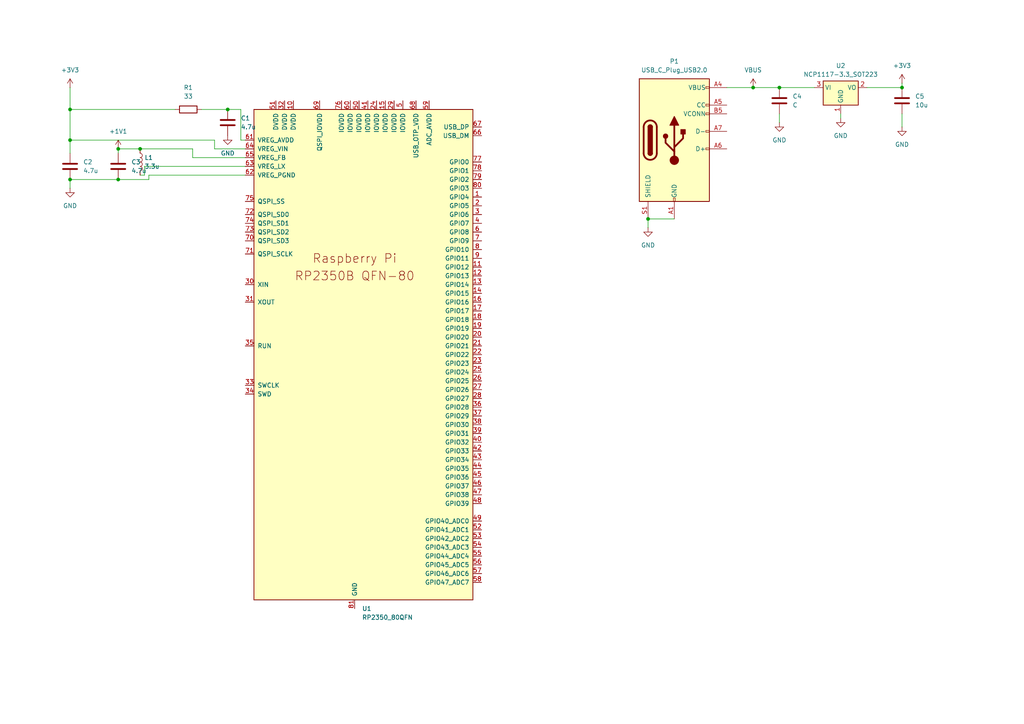
<source format=kicad_sch>
(kicad_sch (version 20250114) (generator "eeschema") (generator_version "9.0")
  (paper "A4")
  (title_block (title "tango2350"))
  (lib_symbols
    (symbol "Connector:USB_C_Plug_USB2.0" (pin_names (offset 1.016))
      (property "Reference" "P" (at -10.16 19.05 0))
      (property "Value" "USB_C_Plug_USB2.0" (at 12.7 19.05 0))
      (symbol "USB_C_Plug_USB2.0_0_0"
        (rectangle (start -0.254 -17.78) (end 0.254 -16.764))
        (rectangle (start 10.16 15.494) (end 9.144 14.986))
        (rectangle (start 10.16 10.414) (end 9.144 9.906))
        (rectangle (start 10.16 7.874) (end 9.144 7.366))
        (rectangle (start 10.16 2.794) (end 9.144 2.286))
        (rectangle (start 10.16 -2.286) (end 9.144 -2.794))
      )
      (symbol "USB_C_Plug_USB2.0_0_1"
        (rectangle (start -10.16 17.78) (end 10.16 -17.78) (stroke (width 0.254)) (fill (type background)))
        (polyline (pts (xy -8.89 -3.81) (xy -8.89 3.81)) (stroke (width 0.508)))
        (rectangle (start -7.62 -3.81) (end -6.35 3.81) (stroke (width 0.254)) (fill (type outline)))
        (arc (start -7.62 3.81) (mid -6.985 4.4423) (end -6.35 3.81) (stroke (width 0.254)))
        (arc (start -7.62 3.81) (mid -6.985 4.4423) (end -6.35 3.81) (stroke (width 0.254)) (fill (type outline)))
        (arc (start -8.89 3.81) (mid -6.985 5.7067) (end -5.08 3.81) (stroke (width 0.508)))
        (arc (start -5.08 -3.81) (mid -6.985 -5.7067) (end -8.89 -3.81) (stroke (width 0.508)))
        (arc (start -6.35 -3.81) (mid -6.985 -4.4423) (end -7.62 -3.81) (stroke (width 0.254)))
        (arc (start -6.35 -3.81) (mid -6.985 -4.4423) (end -7.62 -3.81) (stroke (width 0.254)) (fill (type outline)))
        (polyline (pts (xy -5.08 3.81) (xy -5.08 -3.81)) (stroke (width 0.508)))
        (circle (center -2.54 1.143) (radius 0.635) (stroke (width 0.254)) (fill (type outline)))
        (polyline (pts (xy -1.27 4.318) (xy 0 6.858) (xy 1.27 4.318) (xy -1.27 4.318)) (stroke (width 0.254)) (fill (type outline)))
        (polyline (pts (xy 0 -2.032) (xy 2.54 0.508) (xy 2.54 1.778)) (stroke (width 0.508)))
        (polyline (pts (xy 0 -3.302) (xy -2.54 -0.762) (xy -2.54 0.508)) (stroke (width 0.508)))
        (polyline (pts (xy 0 -5.842) (xy 0 4.318)) (stroke (width 0.508)))
        (circle (center 0 -5.842) (radius 1.27) (fill (type outline)))
        (rectangle (start 1.905 1.778) (end 3.175 3.048) (stroke (width 0.254)) (fill (type outline)))
      )
      (symbol "USB_C_Plug_USB2.0_1_1"
        (pin passive line (at -7.62 -22.86 90) (length 5.08) (name "SHIELD") (number "S1"))
        (pin passive line (at 0 -22.86 90) (length 5.08) (name "GND") (number "A1"))
        (pin passive line (at 0 -22.86 90) (length 5.08) (hide yes) (name "GND") (number "A12"))
        (pin passive line (at 0 -22.86 90) (length 5.08) (hide yes) (name "GND") (number "B1"))
        (pin passive line (at 0 -22.86 90) (length 5.08) (hide yes) (name "GND") (number "B12"))
        (pin passive line (at 15.24 15.24 180) (length 5.08) (name "VBUS") (number "A4"))
        (pin passive line (at 15.24 15.24 180) (length 5.08) (hide yes) (name "VBUS") (number "A9"))
        (pin passive line (at 15.24 15.24 180) (length 5.08) (hide yes) (name "VBUS") (number "B4"))
        (pin passive line (at 15.24 15.24 180) (length 5.08) (hide yes) (name "VBUS") (number "B9"))
        (pin bidirectional line (at 15.24 10.16 180) (length 5.08) (name "CC") (number "A5"))
        (pin bidirectional line (at 15.24 7.62 180) (length 5.08) (name "VCONN") (number "B5"))
        (pin bidirectional line (at 15.24 2.54 180) (length 5.08) (name "D-") (number "A7"))
        (pin bidirectional line (at 15.24 -2.54 180) (length 5.08) (name "D+") (number "A6"))
      )
    )
    (symbol "Device:C" (pin_numbers (hide yes)) (pin_names (offset 0.254))
      (property "Reference" "C" (at 0.635 2.54 0))
      (property "Value" "C" (at 0.635 -2.54 0))
      (symbol "C_0_1"
        (polyline (pts (xy -2.032 0.762) (xy 2.032 0.762)) (stroke (width 0.508)))
        (polyline (pts (xy -2.032 -0.762) (xy 2.032 -0.762)) (stroke (width 0.508)))
      )
      (symbol "C_1_1"
        (pin passive line (at 0 3.81 270) (length 2.794) (name "~") (number "1"))
        (pin passive line (at 0 -3.81 90) (length 2.794) (name "~") (number "2"))
      )
    )
    (symbol "Device:L" (pin_numbers (hide yes)) (pin_names (offset 1.016) (hide yes))
      (property "Reference" "L" (at -1.27 0 90))
      (property "Value" "L" (at 1.905 0 90))
      (symbol "L_0_1"
        (arc (start 0 2.54) (mid 0.6323 1.905) (end 0 1.27))
        (arc (start 0 1.27) (mid 0.6323 0.635) (end 0 0))
        (arc (start 0 0) (mid 0.6323 -0.635) (end 0 -1.27))
        (arc (start 0 -1.27) (mid 0.6323 -1.905) (end 0 -2.54))
      )
      (symbol "L_1_1"
        (pin passive line (at 0 3.81 270) (length 1.27) (name "1") (number "1"))
        (pin passive line (at 0 -3.81 90) (length 1.27) (name "2") (number "2"))
      )
    )
    (symbol "Device:R" (pin_numbers (hide yes)) (pin_names (offset 0))
      (property "Reference" "R" (at 2.032 0 90))
      (property "Value" "R" (at 0 0 90))
      (symbol "R_0_1"
        (rectangle (start -1.016 -2.54) (end 1.016 2.54) (stroke (width 0.254)))
      )
      (symbol "R_1_1"
        (pin passive line (at 0 3.81 270) (length 1.27) (name "~") (number "1"))
        (pin passive line (at 0 -3.81 90) (length 1.27) (name "~") (number "2"))
      )
    )
    (symbol "MCU_RaspberryPi_RP2350:RP2350_80QFN" (pin_names (offset 1.016))
      (property "Reference" "U" (at -29.21 49.53 0))
      (property "Value" "RP2350_80QFN" (at 25.4 -96.52 0))
      (symbol "RP2350_80QFN_0_0"
        (text "Raspberry Pi" (at 0 5.08 0) (effects (font (size 2.54 2.54))))
      )
      (symbol "RP2350_80QFN_0_1"
        (rectangle (start -29.21 48.26) (end 34.29 -93.98) (stroke (width 0.254)) (fill (type background)))
      )
      (symbol "RP2350_80QFN_1_0"
        (text "RP2350B QFN-80" (at 0 0 0) (effects (font (size 2.54 2.54))))
      )
      (symbol "RP2350_80QFN_1_1"
        (pin power_in line (at -31.75 39.37 0) (length 2.54) (name "VREG_AVDD") (number "61"))
        (pin power_in line (at -31.75 36.83 0) (length 2.54) (name "VREG_VIN") (number "64"))
        (pin input line (at -31.75 34.29 0) (length 2.54) (name "VREG_FB") (number "65"))
        (pin power_out line (at -31.75 31.75 0) (length 2.54) (name "VREG_LX") (number "63"))
        (pin power_in line (at -31.75 29.21 0) (length 2.54) (name "VREG_PGND") (number "62"))
        (pin bidirectional line (at -31.75 21.59 0) (length 2.54) (name "QSPI_SS") (number "75"))
        (pin bidirectional line (at -31.75 17.78 0) (length 2.54) (name "QSPI_SD0") (number "72"))
        (pin bidirectional line (at -31.75 15.24 0) (length 2.54) (name "QSPI_SD1") (number "74"))
        (pin bidirectional line (at -31.75 12.7 0) (length 2.54) (name "QSPI_SD2") (number "73"))
        (pin bidirectional line (at -31.75 10.16 0) (length 2.54) (name "QSPI_SD3") (number "70"))
        (pin output line (at -31.75 6.35 0) (length 2.54) (name "QSPI_SCLK") (number "71"))
        (pin input line (at -31.75 -2.54 0) (length 2.54) (name "XIN") (number "30"))
        (pin passive line (at -31.75 -7.62 0) (length 2.54) (name "XOUT") (number "31"))
        (pin input line (at -31.75 -20.32 0) (length 2.54) (name "RUN") (number "35"))
        (pin output line (at -31.75 -31.75 0) (length 2.54) (name "SWCLK") (number "33"))
        (pin bidirectional line (at -31.75 -34.29 0) (length 2.54) (name "SWD") (number "34"))
        (pin power_in line (at -22.86 50.8 270) (length 2.54) (name "DVDD") (number "51"))
        (pin power_in line (at -20.32 50.8 270) (length 2.54) (name "DVDD") (number "32"))
        (pin power_in line (at -17.78 50.8 270) (length 2.54) (name "DVDD") (number "10"))
        (pin power_in line (at -10.16 50.8 270) (length 2.54) (name "QSPI_IOVDD") (number "69"))
        (pin power_in line (at -3.81 50.8 270) (length 2.54) (name "IOVDD") (number "76"))
        (pin power_in line (at -1.27 50.8 270) (length 2.54) (name "IOVDD") (number "60"))
        (pin power_in line (at 0 -96.52 90) (length 2.54) (name "GND") (number "81"))
        (pin power_in line (at 1.27 50.8 270) (length 2.54) (name "IOVDD") (number "50"))
        (pin power_in line (at 3.81 50.8 270) (length 2.54) (name "IOVDD") (number "41"))
        (pin power_in line (at 6.35 50.8 270) (length 2.54) (name "IOVDD") (number "24"))
        (pin power_in line (at 8.89 50.8 270) (length 2.54) (name "IOVDD") (number "15"))
        (pin power_in line (at 11.43 50.8 270) (length 2.54) (name "IOVDD") (number "29"))
        (pin power_in line (at 13.97 50.8 270) (length 2.54) (name "IOVDD") (number "5"))
        (pin power_in line (at 17.78 50.8 270) (length 2.54) (name "USB_OTP_VDD") (number "68"))
        (pin power_in line (at 21.59 50.8 270) (length 2.54) (name "ADC_AVDD") (number "59"))
        (pin bidirectional line (at 36.83 43.18 180) (length 2.54) (name "USB_DP") (number "67"))
        (pin bidirectional line (at 36.83 40.64 180) (length 2.54) (name "USB_DM") (number "66"))
        (pin bidirectional line (at 36.83 33.02 180) (length 2.54) (name "GPIO0") (number "77"))
        (pin bidirectional line (at 36.83 30.48 180) (length 2.54) (name "GPIO1") (number "78"))
        (pin bidirectional line (at 36.83 27.94 180) (length 2.54) (name "GPIO2") (number "79"))
        (pin bidirectional line (at 36.83 25.4 180) (length 2.54) (name "GPIO3") (number "80"))
        (pin bidirectional line (at 36.83 22.86 180) (length 2.54) (name "GPIO4") (number "1"))
        (pin bidirectional line (at 36.83 20.32 180) (length 2.54) (name "GPIO5") (number "2"))
        (pin bidirectional line (at 36.83 17.78 180) (length 2.54) (name "GPIO6") (number "3"))
        (pin bidirectional line (at 36.83 15.24 180) (length 2.54) (name "GPIO7") (number "4"))
        (pin bidirectional line (at 36.83 12.7 180) (length 2.54) (name "GPIO8") (number "6"))
        (pin bidirectional line (at 36.83 10.16 180) (length 2.54) (name "GPIO9") (number "7"))
        (pin bidirectional line (at 36.83 7.62 180) (length 2.54) (name "GPIO10") (number "8"))
        (pin bidirectional line (at 36.83 5.08 180) (length 2.54) (name "GPIO11") (number "9"))
        (pin bidirectional line (at 36.83 2.54 180) (length 2.54) (name "GPIO12") (number "11"))
        (pin bidirectional line (at 36.83 0 180) (length 2.54) (name "GPIO13") (number "12"))
        (pin bidirectional line (at 36.83 -2.54 180) (length 2.54) (name "GPIO14") (number "13"))
        (pin bidirectional line (at 36.83 -5.08 180) (length 2.54) (name "GPIO15") (number "14"))
        (pin bidirectional line (at 36.83 -7.62 180) (length 2.54) (name "GPIO16") (number "16"))
        (pin bidirectional line (at 36.83 -10.16 180) (length 2.54) (name "GPIO17") (number "17"))
        (pin bidirectional line (at 36.83 -12.7 180) (length 2.54) (name "GPIO18") (number "18"))
        (pin bidirectional line (at 36.83 -15.24 180) (length 2.54) (name "GPIO19") (number "19"))
        (pin bidirectional line (at 36.83 -17.78 180) (length 2.54) (name "GPIO20") (number "20"))
        (pin bidirectional line (at 36.83 -20.32 180) (length 2.54) (name "GPIO21") (number "21"))
        (pin bidirectional line (at 36.83 -22.86 180) (length 2.54) (name "GPIO22") (number "22"))
        (pin bidirectional line (at 36.83 -25.4 180) (length 2.54) (name "GPIO23") (number "23"))
        (pin bidirectional line (at 36.83 -27.94 180) (length 2.54) (name "GPIO24") (number "25"))
        (pin bidirectional line (at 36.83 -30.48 180) (length 2.54) (name "GPIO25") (number "26"))
        (pin bidirectional line (at 36.83 -33.02 180) (length 2.54) (name "GPIO26") (number "27"))
        (pin bidirectional line (at 36.83 -35.56 180) (length 2.54) (name "GPIO27") (number "28"))
        (pin bidirectional line (at 36.83 -38.1 180) (length 2.54) (name "GPIO28") (number "36"))
        (pin bidirectional line (at 36.83 -40.64 180) (length 2.54) (name "GPIO29") (number "37"))
        (pin bidirectional line (at 36.83 -43.18 180) (length 2.54) (name "GPIO30") (number "38"))
        (pin bidirectional line (at 36.83 -45.72 180) (length 2.54) (name "GPIO31") (number "39"))
        (pin bidirectional line (at 36.83 -48.26 180) (length 2.54) (name "GPIO32") (number "40"))
        (pin bidirectional line (at 36.83 -50.8 180) (length 2.54) (name "GPIO33") (number "42"))
        (pin bidirectional line (at 36.83 -53.34 180) (length 2.54) (name "GPIO34") (number "43"))
        (pin bidirectional line (at 36.83 -55.88 180) (length 2.54) (name "GPIO35") (number "44"))
        (pin bidirectional line (at 36.83 -58.42 180) (length 2.54) (name "GPIO36") (number "45"))
        (pin bidirectional line (at 36.83 -60.96 180) (length 2.54) (name "GPIO37") (number "46"))
        (pin bidirectional line (at 36.83 -63.5 180) (length 2.54) (name "GPIO38") (number "47"))
        (pin bidirectional line (at 36.83 -66.04 180) (length 2.54) (name "GPIO39") (number "48"))
        (pin bidirectional line (at 36.83 -71.12 180) (length 2.54) (name "GPIO40_ADC0") (number "49"))
        (pin bidirectional line (at 36.83 -73.66 180) (length 2.54) (name "GPIO41_ADC1") (number "52"))
        (pin bidirectional line (at 36.83 -76.2 180) (length 2.54) (name "GPIO42_ADC2") (number "53"))
        (pin bidirectional line (at 36.83 -78.74 180) (length 2.54) (name "GPIO43_ADC3") (number "54"))
        (pin bidirectional line (at 36.83 -81.28 180) (length 2.54) (name "GPIO44_ADC4") (number "55"))
        (pin bidirectional line (at 36.83 -83.82 180) (length 2.54) (name "GPIO45_ADC5") (number "56"))
        (pin bidirectional line (at 36.83 -86.36 180) (length 2.54) (name "GPIO46_ADC6") (number "57"))
        (pin bidirectional line (at 36.83 -88.9 180) (length 2.54) (name "GPIO47_ADC7") (number "58"))
      )
    )
    (symbol "Regulator_Linear:NCP1117-3.3_SOT223"
      (property "Reference" "U" (at -3.81 3.175 0))
      (property "Value" "NCP1117-3.3_SOT223" (at 0 3.175 0))
      (symbol "NCP1117-3.3_SOT223_0_1"
        (rectangle (start -5.08 -5.08) (end 5.08 1.905) (stroke (width 0.254)) (fill (type background)))
      )
      (symbol "NCP1117-3.3_SOT223_1_1"
        (pin power_in line (at -7.62 0 0) (length 2.54) (name "VI") (number "3"))
        (pin power_in line (at 0 -7.62 90) (length 2.54) (name "GND") (number "1"))
        (pin power_out line (at 7.62 0 180) (length 2.54) (name "VO") (number "2"))
      )
    )
    (symbol "power:+1V1" (power) (pin_numbers (hide yes)) (pin_names (offset 0) (hide yes))
      (property "Value" "+1V1" (at 0 3.556 0))
      (symbol "+1V1_0_1"
        (polyline (pts (xy -0.762 1.27) (xy 0 2.54)))
        (polyline (pts (xy 0 2.54) (xy 0.762 1.27)))
        (polyline (pts (xy 0 0) (xy 0 2.54)))
      )
      (symbol "+1V1_1_1"
        (pin power_in line (at 0 0 90) (length 0) (name "~") (number "1"))
      )
    )
    (symbol "power:+3V3" (power) (pin_numbers (hide yes)) (pin_names (offset 0) (hide yes))
      (property "Value" "+3V3" (at 0 3.556 0))
      (symbol "+3V3_0_1"
        (polyline (pts (xy -0.762 1.27) (xy 0 2.54)))
        (polyline (pts (xy 0 2.54) (xy 0.762 1.27)))
        (polyline (pts (xy 0 0) (xy 0 2.54)))
      )
      (symbol "+3V3_1_1"
        (pin power_in line (at 0 0 90) (length 0) (name "~") (number "1"))
      )
    )
    (symbol "power:GND" (power) (pin_numbers (hide yes)) (pin_names (offset 0) (hide yes))
      (property "Value" "GND" (at 0 -3.81 0))
      (symbol "GND_0_1"
        (polyline (pts (xy 0 0) (xy 0 -1.27) (xy 1.27 -1.27) (xy 0 -2.54) (xy -1.27 -1.27) (xy 0 -1.27)))
      )
      (symbol "GND_1_1"
        (pin power_in line (at 0 0 270) (length 0) (name "~") (number "1"))
      )
    )
    (symbol "power:VBUS" (power) (pin_numbers (hide yes)) (pin_names (offset 0) (hide yes))
      (property "Value" "VBUS" (at 0 3.556 0))
      (symbol "VBUS_0_1"
        (polyline (pts (xy -0.762 1.27) (xy 0 2.54)))
        (polyline (pts (xy 0 2.54) (xy 0.762 1.27)))
        (polyline (pts (xy 0 0) (xy 0 2.54)))
      )
      (symbol "VBUS_1_1"
        (pin power_in line (at 0 0 90) (length 0) (name "~") (number "1"))
      )
    )
  )
  (junction (at 34.29 52.07))
  (junction (at 218.44 25.4))
  (junction (at 66.04 31.75))
  (junction (at 40.64 43.18))
  (junction (at 20.32 40.64))
  (junction (at 20.32 52.07))
  (junction (at 34.29 43.18))
  (junction (at 20.32 31.75))
  (junction (at 187.96 63.5))
  (junction (at 226.06 25.4))
  (junction (at 261.62 25.4))
  (wire (pts (xy 20.32 31.75) (xy 20.32 40.64)))
  (wire (pts (xy 243.84 33.02) (xy 243.84 34.29)))
  (wire (pts (xy 55.88 45.72) (xy 55.88 43.18)))
  (wire (pts (xy 187.96 63.5) (xy 187.96 66.04)))
  (wire (pts (xy 71.12 40.64) (xy 69.85 40.64)))
  (wire (pts (xy 40.64 43.18) (xy 34.29 43.18)))
  (wire (pts (xy 20.32 40.64) (xy 20.32 44.45)))
  (wire (pts (xy 41.91 48.26) (xy 71.12 48.26)))
  (wire (pts (xy 226.06 25.4) (xy 236.22 25.4)))
  (wire (pts (xy 55.88 43.18) (xy 40.64 43.18)))
  (wire (pts (xy 43.18 52.07) (xy 34.29 52.07)))
  (wire (pts (xy 71.12 50.8) (xy 43.18 50.8)))
  (wire (pts (xy 34.29 43.18) (xy 34.29 44.45)))
  (wire (pts (xy 261.62 36.83) (xy 261.62 33.02)))
  (wire (pts (xy 66.04 31.75) (xy 58.42 31.75)))
  (wire (pts (xy 210.82 25.4) (xy 218.44 25.4)))
  (wire (pts (xy 40.64 50.8) (xy 41.91 50.8)))
  (wire (pts (xy 41.91 50.8) (xy 41.91 48.26)))
  (wire (pts (xy 71.12 45.72) (xy 55.88 45.72)))
  (wire (pts (xy 50.8 31.75) (xy 20.32 31.75)))
  (wire (pts (xy 20.32 25.4) (xy 20.32 31.75)))
  (wire (pts (xy 62.23 43.18) (xy 71.12 43.18)))
  (wire (pts (xy 218.44 25.4) (xy 226.06 25.4)))
  (wire (pts (xy 226.06 33.02) (xy 226.06 35.56)))
  (wire (pts (xy 62.23 40.64) (xy 62.23 43.18)))
  (wire (pts (xy 187.96 63.5) (xy 195.58 63.5)))
  (wire (pts (xy 251.46 25.4) (xy 261.62 25.4)))
  (wire (pts (xy 20.32 40.64) (xy 62.23 40.64)))
  (wire (pts (xy 69.85 31.75) (xy 66.04 31.75)))
  (wire (pts (xy 69.85 40.64) (xy 69.85 31.75)))
  (wire (pts (xy 261.62 24.13) (xy 261.62 25.4)))
  (wire (pts (xy 20.32 52.07) (xy 34.29 52.07)))
  (wire (pts (xy 20.32 52.07) (xy 20.32 54.61)))
  (wire (pts (xy 43.18 50.8) (xy 43.18 52.07)))
  (symbol (lib_id "power:GND") (at 66.04 39.37 0) (unit 1)
    (property "Reference" "#PWR01" (effects (hide yes)))
    (property "Value" "GND" (at 66.04 44.45 0))
    (property "Description" "Power symbol creates a global label with name \"GND\" , ground" (effects (hide yes)))
  )
  (symbol (lib_id "Device:C") (at 226.06 29.21 0) (unit 1)
    (property "Reference" "C4" (at 229.87 27.9399 0) (effects (justify left)))
    (property "Value" "C" (at 229.87 30.4799 0) (effects (justify left)))
    (property "Description" "Unpolarized capacitor" (effects (hide yes)))
  )
  (symbol (lib_id "Device:R") (at 54.61 31.75 90) (unit 1)
    (property "Reference" "R1" (at 54.61 25.4 90))
    (property "Value" "33" (at 54.61 27.94 90))
    (property "Description" "Resistor" (effects (hide yes)))
  )
  (symbol (lib_id "Device:C") (at 66.04 35.56 0) (unit 1)
    (property "Reference" "C1" (at 69.85 34.2899 0) (effects (justify left)))
    (property "Value" "4.7u" (at 69.85 36.8299 0) (effects (justify left)))
    (property "Description" "Unpolarized capacitor" (effects (hide yes)))
  )
  (symbol (lib_id "power:+3V3") (at 20.32 25.4 0) (unit 1)
    (property "Reference" "#PWR03" (effects (hide yes)))
    (property "Value" "+3V3" (at 20.32 20.32 0))
    (property "Description" "Power symbol creates a global label with name \"+3V3\"" (effects (hide yes)))
  )
  (symbol (lib_id "Device:L") (at 40.64 46.99 0) (unit 1)
    (property "Reference" "L1" (at 41.91 45.7199 0) (effects (justify left)))
    (property "Value" "3.3u" (at 41.91 48.2599 0) (effects (justify left)))
    (property "Description" "Inductor" (effects (hide yes)))
  )
  (symbol (lib_id "power:GND") (at 187.96 66.04 0) (unit 1)
    (property "Reference" "#PWR06" (effects (hide yes)))
    (property "Value" "GND" (at 187.96 71.12 0))
    (property "Description" "Power symbol creates a global label with name \"GND\" , ground" (effects (hide yes)))
  )
  (symbol (lib_id "power:GND") (at 226.06 35.56 0) (unit 1)
    (property "Reference" "#PWR010" (effects (hide yes)))
    (property "Value" "GND" (at 226.06 40.64 0))
    (property "Description" "Power symbol creates a global label with name \"GND\" , ground" (effects (hide yes)))
  )
  (symbol (lib_id "power:GND") (at 243.84 34.29 0) (unit 1)
    (property "Reference" "#PWR07" (effects (hide yes)))
    (property "Value" "GND" (at 243.84 39.37 0))
    (property "Description" "Power symbol creates a global label with name \"GND\" , ground" (effects (hide yes)))
  )
  (symbol (lib_id "Connector:USB_C_Plug_USB2.0") (at 195.58 40.64 0) (unit 1)
    (property "Reference" "P1" (at 195.58 17.78 0))
    (property "Value" "USB_C_Plug_USB2.0" (at 195.58 20.32 0))
    (property "Datasheet" "https://www.usb.org/sites/default/files/documents/usb_type-c.zip" (effects (hide yes)))
    (property "Description" "USB 2.0-only Type-C Plug connector" (effects (hide yes)))
  )
  (symbol (lib_id "Device:C") (at 34.29 48.26 0) (unit 1)
    (property "Reference" "C3" (at 38.1 46.9899 0) (effects (justify left)))
    (property "Value" "4.7u" (at 38.1 49.5299 0) (effects (justify left)))
    (property "Description" "Unpolarized capacitor" (effects (hide yes)))
  )
  (symbol (lib_id "MCU_RaspberryPi_RP2350:RP2350_80QFN") (at 102.87 80.01 0) (unit 1)
    (property "Reference" "U1" (at 105.0133 176.53 0) (effects (justify left)))
    (property "Value" "RP2350_80QFN" (at 105.0133 179.07 0) (effects (justify left)))
    (property "Footprint" "RP2350_80QFN_minimal:RP2350-QFN-80-1EP_10x10_P0.4mm_EP3.4x3.4mm_ThermalVias" (effects (hide yes)))
  )
  (symbol (lib_id "power:+3V3") (at 261.62 24.13 0) (unit 1)
    (property "Reference" "#PWR09" (effects (hide yes)))
    (property "Value" "+3V3" (at 261.62 19.05 0))
    (property "Description" "Power symbol creates a global label with name \"+3V3\"" (effects (hide yes)))
  )
  (symbol (lib_id "Regulator_Linear:NCP1117-3.3_SOT223") (at 243.84 25.4 0) (unit 1)
    (property "Reference" "U2" (at 243.84 19.05 0))
    (property "Value" "NCP1117-3.3_SOT223" (at 243.84 21.59 0))
    (property "Footprint" "Package_TO_SOT_SMD:SOT-223-3_TabPin2" (effects (hide yes)))
    (property "Datasheet" "http://www.onsemi.com/pub_link/Collateral/NCP1117-D.PDF" (effects (hide yes)))
    (property "Description" "1A Low drop-out regulator, Fixed Output 3.3V, SOT-223" (effects (hide yes)))
  )
  (symbol (lib_id "power:GND") (at 20.32 54.61 0) (unit 1)
    (property "Reference" "#PWR02" (effects (hide yes)))
    (property "Value" "GND" (at 20.32 59.69 0))
    (property "Description" "Power symbol creates a global label with name \"GND\" , ground" (effects (hide yes)))
  )
  (symbol (lib_id "power:+1V1") (at 34.29 43.18 0) (unit 1)
    (property "Reference" "#PWR04" (effects (hide yes)))
    (property "Value" "+1V1" (at 34.29 38.1 0))
    (property "Description" "Power symbol creates a global label with name \"+1V1\"" (effects (hide yes)))
  )
  (symbol (lib_id "Device:C") (at 261.62 29.21 0) (unit 1)
    (property "Reference" "C5" (at 265.43 27.9399 0) (effects (justify left)))
    (property "Value" "10u" (at 265.43 30.4799 0) (effects (justify left)))
    (property "Description" "Unpolarized capacitor" (effects (hide yes)))
  )
  (symbol (lib_id "power:VBUS") (at 218.44 25.4 0) (unit 1)
    (property "Reference" "#PWR05" (effects (hide yes)))
    (property "Value" "VBUS" (at 218.44 20.32 0))
    (property "Description" "Power symbol creates a global label with name \"VBUS\"" (effects (hide yes)))
  )
  (symbol (lib_id "Device:C") (at 20.32 48.26 0) (unit 1)
    (property "Reference" "C2" (at 24.13 46.9899 0) (effects (justify left)))
    (property "Value" "4.7u" (at 24.13 49.5299 0) (effects (justify left)))
    (property "Description" "Unpolarized capacitor" (effects (hide yes)))
  )
  (symbol (lib_id "power:GND") (at 261.62 36.83 0) (unit 1)
    (property "Reference" "#PWR08" (effects (hide yes)))
    (property "Value" "GND" (at 261.62 41.91 0))
    (property "Description" "Power symbol creates a global label with name \"GND\" , ground" (effects (hide yes)))
  )
)
</source>
